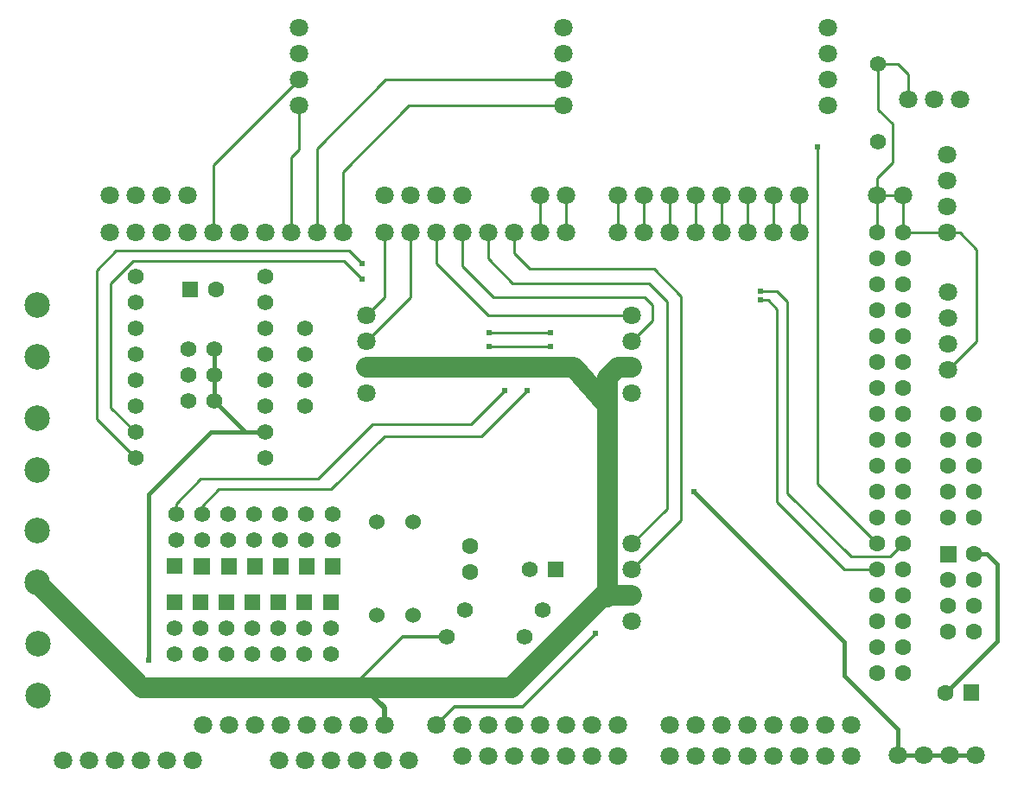
<source format=gbl>
G04 Layer: BottomLayer*
G04 EasyEDA v6.4.19.2, 2021-05-28T18:10:01+02:00*
G04 3d613cfe214941e49b762df90ee4d122,cfe1dd9c90504c3bbdd6ef614714b9c7,10*
G04 Gerber Generator version 0.2*
G04 Scale: 100 percent, Rotated: No, Reflected: No *
G04 Dimensions in inches *
G04 leading zeros omitted , absolute positions ,3 integer and 6 decimal *
%FSLAX36Y36*%
%MOIN*%

%ADD10C,0.0100*%
%ADD11C,0.0157*%
%ADD12C,0.0787*%
%ADD16C,0.0118*%
%ADD17C,0.0240*%
%ADD20C,0.0709*%
%ADD21C,0.0630*%
%ADD22C,0.0618*%
%ADD23R,0.0618X0.0618*%
%ADD24R,0.0630X0.0630*%
%ADD25C,0.0984*%
%ADD26C,0.0600*%
%ADD27C,0.0197*%

%LPD*%
D10*
X3535000Y2760000D02*
G01*
X3535000Y2825000D01*
X3595000Y2885000D01*
X3595000Y3035000D01*
X3540000Y3090000D01*
X3540000Y3265000D01*
X3540000Y3265000D02*
G01*
X3615000Y3265000D01*
X3655000Y3225000D01*
X3655000Y3130000D01*
D11*
X980000Y2065000D02*
G01*
X980000Y2165000D01*
X980000Y1965000D02*
G01*
X980000Y2065000D01*
X725000Y965000D02*
G01*
X725000Y1605000D01*
X965000Y1845000D01*
X1175000Y1845000D01*
X1175000Y1845000D02*
G01*
X1100000Y1845000D01*
X980000Y1965000D01*
D10*
X3535000Y2760000D02*
G01*
X3635000Y2760000D01*
X3805000Y2615000D02*
G01*
X3855000Y2615000D01*
X3920000Y2550000D01*
X3920000Y2195198D01*
X3809801Y2085000D01*
X3635000Y2615000D02*
G01*
X3805000Y2615000D01*
X3635000Y2760000D02*
G01*
X3635000Y2615000D01*
X3535000Y2760000D02*
G01*
X3535000Y2615000D01*
X3035000Y2615000D02*
G01*
X3035000Y2760000D01*
X2135000Y2615000D02*
G01*
X2135000Y2535000D01*
X2195000Y2475000D01*
X2675000Y2475000D01*
X2780000Y2370000D01*
X2780000Y1505000D01*
X2590000Y1315000D01*
D11*
X3910000Y1375000D02*
G01*
X3960000Y1375000D01*
X4000000Y1335000D01*
X4000000Y1040000D01*
X3800000Y840000D01*
X3615000Y600000D02*
G01*
X3915000Y600000D01*
X3615000Y600000D02*
G01*
X3615000Y700000D01*
X3410000Y905000D01*
X3410000Y1035000D01*
X2830000Y1615000D01*
D10*
X2935000Y2615000D02*
G01*
X2935000Y2760000D01*
D12*
X2490000Y1955000D02*
G01*
X2365000Y2095000D01*
X1565000Y2095000D01*
D10*
X2235000Y2615000D02*
G01*
X2235000Y2760000D01*
X2335000Y2615000D02*
G01*
X2335000Y2760000D01*
X3235000Y2615000D02*
G01*
X3235000Y2760000D01*
X3135000Y2615000D02*
G01*
X3135000Y2760000D01*
X2835000Y2615000D02*
G01*
X2835000Y2760000D01*
X2735000Y2615000D02*
G01*
X2735000Y2760000D01*
X2635000Y2615000D02*
G01*
X2635000Y2760000D01*
X2535000Y2615000D02*
G01*
X2535000Y2760000D01*
X1475000Y2615000D02*
G01*
X1475000Y2850000D01*
X1730000Y3105000D01*
X2325000Y3105000D01*
X1375000Y2615000D02*
G01*
X1375000Y2940000D01*
X1640000Y3205000D01*
X2325000Y3205000D01*
X975000Y2615000D02*
G01*
X975000Y2875000D01*
X1305000Y3205000D01*
X830195Y1528015D02*
G01*
X830195Y1570194D01*
X925000Y1665000D01*
X1380000Y1665000D01*
X1590000Y1875000D01*
X1970000Y1875000D01*
X2100000Y2005000D01*
X930195Y1528015D02*
G01*
X930195Y1560194D01*
X995000Y1625000D01*
X1430000Y1625000D01*
X1635000Y1830000D01*
X2010000Y1830000D01*
X2185000Y2005000D01*
D27*
X1635000Y715000D02*
G01*
X1635000Y781374D01*
X1556373Y860000D01*
D12*
X2495000Y1210000D02*
G01*
X2495000Y2055000D01*
X2535000Y2095000D01*
X2590000Y2095000D01*
X295000Y1265000D02*
G01*
X700000Y860000D01*
X2125000Y860000D01*
X2480000Y1215000D01*
X2590000Y1215000D01*
D16*
X2450000Y1070000D02*
G01*
X2450000Y1065000D01*
X2170000Y785000D01*
X1905000Y785000D01*
X1835000Y715000D01*
X1875000Y1055000D02*
G01*
X1704691Y1055000D01*
X1509691Y860000D01*
D10*
X1835000Y2615000D02*
G01*
X1835000Y2495000D01*
X2035000Y2295000D01*
X2590000Y2295000D01*
X1935000Y2615000D02*
G01*
X1935000Y2485000D01*
X2055000Y2365000D01*
X2640000Y2365000D01*
X2670000Y2335000D01*
X2670000Y2275000D01*
X2590000Y2195000D01*
X2035000Y2615000D02*
G01*
X2035000Y2515000D01*
X2130000Y2420000D01*
X2655000Y2420000D01*
X2725000Y2350000D01*
X2725000Y1550000D01*
X2590000Y1415000D01*
X1635000Y2615000D02*
G01*
X1635000Y2365000D01*
X1565000Y2295000D01*
X1735000Y2615000D02*
G01*
X1735000Y2365000D01*
X1565000Y2195000D01*
X1275000Y2615000D02*
G01*
X1275000Y2905000D01*
X1305000Y2935000D01*
X1305000Y3105000D01*
X675000Y1845000D02*
G01*
X580000Y1940000D01*
X580000Y2420000D01*
X665000Y2505000D01*
X1480000Y2505000D01*
X1550000Y2435000D01*
X2040000Y2230000D02*
G01*
X2275000Y2230000D01*
X2040000Y2175000D02*
G01*
X2275000Y2175000D01*
X3305000Y2945000D02*
G01*
X3305000Y1645000D01*
X3535000Y1415000D01*
X675000Y1745000D02*
G01*
X525000Y1895000D01*
X525000Y2470000D01*
X600000Y2545000D01*
X1500000Y2545000D01*
X1550000Y2495000D01*
X3085000Y2355000D02*
G01*
X3115000Y2355000D01*
X3150000Y2320000D01*
X3150000Y1575000D01*
X3410000Y1315000D01*
X3535000Y1315000D01*
X3085000Y2390000D02*
G01*
X3150000Y2390000D01*
X3190000Y2350000D01*
X3190000Y1610000D01*
X3435000Y1365000D01*
X3585000Y1365000D01*
X3635000Y1415000D01*
D20*
G01*
X2590000Y1995000D03*
G01*
X2590000Y2095000D03*
G01*
X2590000Y2195000D03*
G01*
X2590000Y2295000D03*
D21*
G01*
X985000Y2395000D03*
D22*
G01*
X980000Y1965000D03*
G01*
X980000Y2065000D03*
G01*
X980000Y2165000D03*
G01*
X880000Y2165000D03*
G01*
X880000Y2065000D03*
G01*
X880000Y1965000D03*
G01*
X1330000Y2245000D03*
G01*
X1330000Y2045000D03*
G01*
X1330000Y1945000D03*
D23*
G01*
X1025000Y1189000D03*
D22*
G01*
X1025000Y1089000D03*
D23*
G01*
X1125000Y1189000D03*
D22*
G01*
X1125000Y1089000D03*
G01*
X1125000Y989000D03*
D23*
G01*
X1225000Y1189000D03*
D22*
G01*
X1225000Y1089000D03*
G01*
X1225000Y989000D03*
D23*
G01*
X1325000Y1189000D03*
D22*
G01*
X1325000Y1089000D03*
G01*
X1325000Y989000D03*
G01*
X1430000Y989000D03*
G01*
X1430000Y1089000D03*
D23*
G01*
X1430000Y1189000D03*
G01*
X925000Y1189000D03*
D22*
G01*
X925000Y1089000D03*
G01*
X925000Y989000D03*
G01*
X1025000Y989000D03*
G01*
X930200Y1428020D03*
G01*
X930200Y1528020D03*
G36*
X1404293Y1358913D02*
G01*
X1466094Y1358913D01*
X1466094Y1297114D01*
X1404293Y1297114D01*
G37*
G36*
X899293Y1358913D02*
G01*
X961094Y1358913D01*
X961094Y1297114D01*
X899293Y1297114D01*
G37*
G01*
X1435200Y1528020D03*
G01*
X1435200Y1428020D03*
G01*
X1330200Y1428020D03*
G01*
X1330200Y1528020D03*
G36*
X1004293Y1358913D02*
G01*
X1066094Y1358913D01*
X1066094Y1297114D01*
X1004293Y1297114D01*
G37*
G01*
X1230200Y1428020D03*
G01*
X1230200Y1528020D03*
G36*
X1104293Y1358913D02*
G01*
X1166094Y1358913D01*
X1166094Y1297114D01*
X1104293Y1297114D01*
G37*
G01*
X1130200Y1428020D03*
G01*
X1130200Y1528020D03*
G36*
X1204293Y1358913D02*
G01*
X1266094Y1358913D01*
X1266094Y1297114D01*
X1204293Y1297114D01*
G37*
G01*
X1030200Y1428020D03*
G01*
X1030200Y1528020D03*
G36*
X1304293Y1358913D02*
G01*
X1366094Y1358913D01*
X1366094Y1297114D01*
X1304293Y1297114D01*
G37*
G01*
X1330000Y2145000D03*
G01*
X825000Y989000D03*
G01*
X825000Y1089000D03*
D23*
G01*
X825000Y1189000D03*
D20*
G01*
X1565000Y2295000D03*
G01*
X1565000Y2195000D03*
G01*
X1565000Y2095000D03*
G01*
X1565000Y1995000D03*
G01*
X2590000Y1415000D03*
G01*
X2590000Y1315000D03*
G01*
X2590000Y1215000D03*
G01*
X2590000Y1115000D03*
G01*
X3345000Y3105000D03*
G01*
X3345000Y3205000D03*
G01*
X3345000Y3305000D03*
G01*
X3345000Y3405000D03*
G01*
X2325000Y3405000D03*
G01*
X2325000Y3305000D03*
G01*
X2325000Y3205000D03*
G01*
X2325000Y3105000D03*
G01*
X1305000Y3405000D03*
G01*
X1305000Y3305000D03*
G01*
X1305000Y3205000D03*
G01*
X1305000Y3105000D03*
G01*
X695000Y580000D03*
G01*
X795000Y580000D03*
G01*
X895000Y580000D03*
G01*
X1330000Y580000D03*
G01*
X1430000Y580000D03*
G01*
X1530000Y580000D03*
G01*
X1630000Y580000D03*
G01*
X1935000Y595000D03*
G01*
X2035000Y595000D03*
G01*
X2135000Y595000D03*
G01*
X2235000Y595000D03*
G01*
X2335000Y595000D03*
G01*
X2435000Y595000D03*
G01*
X2535000Y595000D03*
G01*
X2735000Y595000D03*
G01*
X2835000Y595000D03*
G01*
X2935000Y595000D03*
G01*
X3035000Y595000D03*
G01*
X3135000Y595000D03*
G01*
X3235000Y595000D03*
G01*
X3335000Y595000D03*
G01*
X3435000Y595000D03*
D21*
G01*
X3910000Y1275000D03*
G01*
X3810000Y1275000D03*
G36*
X3778500Y1406500D02*
G01*
X3841499Y1406500D01*
X3841499Y1343499D01*
X3778500Y1343499D01*
G37*
G01*
X3910000Y1375000D03*
G01*
X3810000Y1175000D03*
G01*
X3910000Y1175000D03*
G01*
X3810000Y1075000D03*
G01*
X3910000Y1075000D03*
D23*
G01*
X2295000Y1315000D03*
D22*
G01*
X2195000Y1315000D03*
D20*
G01*
X3615000Y600000D03*
G01*
X3815000Y600000D03*
G01*
X3715000Y600000D03*
G01*
X3915000Y600000D03*
G01*
X495000Y580000D03*
G01*
X595000Y580000D03*
G01*
X1730000Y580000D03*
G01*
X395000Y580000D03*
G01*
X1330000Y580000D03*
G01*
X1230000Y580000D03*
D21*
G01*
X3910000Y1515000D03*
G01*
X3810000Y1515000D03*
G01*
X3810000Y1615000D03*
G01*
X3910000Y1615000D03*
G01*
X3910000Y1715000D03*
G01*
X3810000Y1715000D03*
G01*
X3810000Y1815000D03*
G01*
X3910000Y1815000D03*
G01*
X3810000Y1915000D03*
G01*
X3910000Y1915000D03*
D23*
G01*
X825190Y1328009D03*
D22*
G01*
X830200Y1528020D03*
G01*
X830200Y1428000D03*
D20*
G01*
X2635000Y2760000D03*
G01*
X2735000Y2760000D03*
G01*
X2835000Y2760000D03*
G01*
X2935000Y2760000D03*
G01*
X3035000Y2760000D03*
G01*
X3135000Y2760000D03*
G01*
X3235000Y2760000D03*
G01*
X2535000Y2760000D03*
G01*
X2235000Y2760000D03*
G01*
X2335000Y2760000D03*
G01*
X575000Y2760000D03*
G01*
X675000Y2760000D03*
G01*
X775000Y2760000D03*
G01*
X875000Y2760000D03*
G01*
X1635000Y2760000D03*
G01*
X1735000Y2760000D03*
G01*
X1835000Y2760000D03*
G01*
X1935000Y2760000D03*
G01*
X3635000Y2760000D03*
G01*
X3535000Y2760000D03*
G01*
X3805000Y2915000D03*
G01*
X3805000Y2815000D03*
G01*
X3805000Y2715000D03*
G01*
X3805000Y2615000D03*
G01*
X3809799Y2085000D03*
G01*
X3809799Y2185000D03*
G01*
X3809799Y2285000D03*
G01*
X3809799Y2385000D03*
G01*
X3655000Y3130000D03*
G01*
X3755000Y3130000D03*
G01*
X3855000Y3130000D03*
D21*
G01*
X985000Y2395000D03*
D24*
G01*
X886599Y2395000D03*
D22*
G01*
X1175000Y2245000D03*
G01*
X1175000Y2345000D03*
G01*
X1175000Y2445000D03*
G01*
X1175000Y2145000D03*
G01*
X1175000Y2045000D03*
G01*
X1175000Y1945000D03*
G01*
X1175000Y1845000D03*
G01*
X1175000Y1745000D03*
G01*
X675000Y1745000D03*
G01*
X675000Y1845000D03*
G01*
X675000Y1945000D03*
G01*
X675000Y2045000D03*
G01*
X675000Y2145000D03*
G01*
X675000Y2245000D03*
G01*
X675000Y2345000D03*
G01*
X675000Y2445000D03*
D25*
G01*
X295000Y2335000D03*
G01*
X295000Y2135000D03*
G01*
X295000Y1900000D03*
G01*
X295000Y1700000D03*
D22*
G01*
X1945000Y1160000D03*
G01*
X2245000Y1160000D03*
D25*
G01*
X300000Y1030000D03*
G01*
X300000Y830000D03*
G01*
X295000Y1465000D03*
G01*
X295000Y1265000D03*
D22*
G01*
X1875000Y1055000D03*
G01*
X2175000Y1055000D03*
D26*
G01*
X1605000Y1500000D03*
G01*
X1743500Y1500000D03*
G01*
X1605000Y1140000D03*
G01*
X1743500Y1140000D03*
D21*
G01*
X1965000Y1405000D03*
G01*
X1965000Y1305000D03*
G01*
X3800000Y840000D03*
G36*
X3866904Y871496D02*
G01*
X3929895Y871496D01*
X3929895Y808503D01*
X3866904Y808503D01*
G37*
D20*
G01*
X775000Y2615000D03*
G01*
X675000Y2615000D03*
G01*
X2835000Y715000D03*
G01*
X2935000Y715000D03*
G01*
X3035000Y715000D03*
G01*
X3135000Y715000D03*
G01*
X3235000Y715000D03*
G01*
X3335000Y715000D03*
G01*
X3435000Y715000D03*
G01*
X2735000Y715000D03*
G01*
X2635000Y2615000D03*
G01*
X2735000Y2615000D03*
G01*
X2835000Y2615000D03*
G01*
X2935000Y2615000D03*
G01*
X3035000Y2615000D03*
G01*
X3135000Y2615000D03*
G01*
X3235000Y2615000D03*
G01*
X2535000Y2615000D03*
G01*
X1935000Y715000D03*
G01*
X2035000Y715000D03*
G01*
X2135000Y715000D03*
G01*
X2235000Y715000D03*
G01*
X2335000Y715000D03*
G01*
X2435000Y715000D03*
G01*
X2535000Y715000D03*
G01*
X1835000Y715000D03*
G01*
X1735000Y2615000D03*
G01*
X1835000Y2615000D03*
G01*
X1935000Y2615000D03*
G01*
X2035000Y2615000D03*
G01*
X2135000Y2615000D03*
G01*
X2235000Y2615000D03*
G01*
X2335000Y2615000D03*
G01*
X1635000Y2615000D03*
G01*
X875000Y2615000D03*
G01*
X975000Y2615000D03*
G01*
X1075000Y2615000D03*
G01*
X1175000Y2615000D03*
G01*
X1275000Y2615000D03*
G01*
X1375000Y2615000D03*
G01*
X1475000Y2615000D03*
D21*
G01*
X3635000Y1815000D03*
G01*
X3535000Y1815000D03*
G01*
X3635000Y1915000D03*
G01*
X3535000Y1915000D03*
G01*
X3635000Y2015000D03*
G01*
X3535000Y2015000D03*
G01*
X3635000Y2115000D03*
G01*
X3535000Y2115000D03*
G01*
X3635000Y2215000D03*
G01*
X3535000Y2215000D03*
G01*
X3635000Y2315000D03*
G01*
X3535000Y2315000D03*
G01*
X3635000Y2415000D03*
G01*
X3535000Y2415000D03*
G01*
X3635000Y2515000D03*
G01*
X3535000Y2515000D03*
G01*
X3635000Y1015000D03*
G01*
X3535000Y1015000D03*
G01*
X3635000Y1115000D03*
G01*
X3535000Y1115000D03*
G01*
X3635000Y1215000D03*
G01*
X3535000Y1215000D03*
G01*
X3635000Y1315000D03*
G01*
X3535000Y1315000D03*
G01*
X3635000Y1415000D03*
G01*
X3535000Y1415000D03*
G01*
X3635000Y1515000D03*
G01*
X3535000Y1515000D03*
G01*
X3635000Y1615000D03*
G01*
X3535000Y1615000D03*
G01*
X3635000Y1715000D03*
G01*
X3535000Y1715000D03*
G01*
X3535000Y915000D03*
G01*
X3635000Y915000D03*
G01*
X3535000Y2615000D03*
G01*
X3635000Y2615000D03*
D20*
G01*
X1135000Y715000D03*
G01*
X1235000Y715000D03*
G01*
X1335000Y715000D03*
G01*
X1435000Y715000D03*
G01*
X1535000Y715000D03*
G01*
X1635000Y715000D03*
G01*
X1035000Y715000D03*
G01*
X935000Y715000D03*
G01*
X575000Y2615000D03*
D22*
G01*
X3540000Y3265000D03*
G01*
X3540000Y2965000D03*
D17*
G01*
X2450000Y1070000D03*
G01*
X2830000Y1615000D03*
G01*
X2185000Y2005000D03*
G01*
X2100000Y2005000D03*
G01*
X725000Y965000D03*
G01*
X3305000Y2945000D03*
G01*
X1550000Y2495000D03*
G01*
X1550000Y2435000D03*
G01*
X2040000Y2230000D03*
G01*
X2040000Y2175000D03*
G01*
X2275000Y2230000D03*
G01*
X2275000Y2175000D03*
G01*
X3085000Y2355000D03*
G01*
X3085000Y2390000D03*
M02*

</source>
